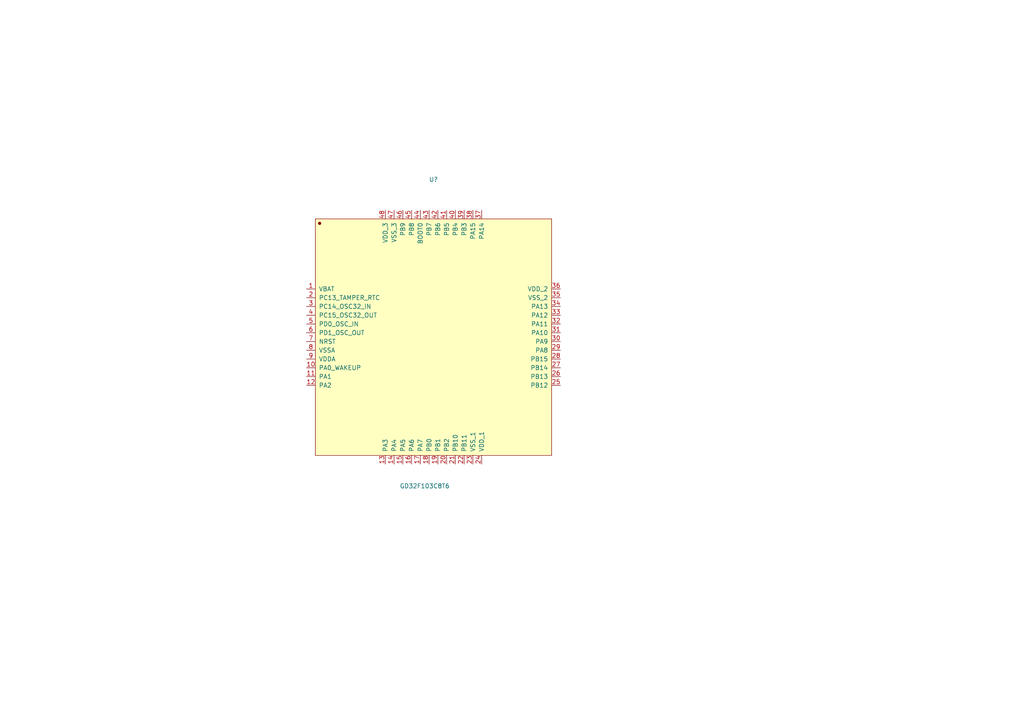
<source format=kicad_sch>
(kicad_sch (version 20211123) (generator eeschema)

  (uuid eeb3a4b9-cc42-48f4-a80d-47b4dcfcec11)

  (paper "A4")

  (title_block
    (title "UINIO-MCU-GD32F103C")
    (date "2023-01-29")
    (rev "Version 1.0.0")
    (company "电子技术博客 UinIO.com")
  )

  (lib_symbols
    (symbol "Uinio:GD32F103C8T6" (pin_names (offset 1.016)) (in_bom yes) (on_board yes)
      (property "Reference" "U" (id 0) (at 0 45.72 0)
        (effects (font (size 1.27 1.27)))
      )
      (property "Value" "GD32F103C8T6" (id 1) (at 0 -46.99 0)
        (effects (font (size 1.27 1.27)))
      )
      (property "Footprint" "Uinio:TQFP-48_L7.0-W7.0-P0.50-LS9.0-BL" (id 2) (at 0 34.9758 0)
        (effects (font (size 1.27 1.27)) hide)
      )
      (property "Datasheet" "" (id 3) (at 0 29.8958 0)
        (effects (font (size 1.27 1.27)) hide)
      )
      (property "SuppliersPartNumber" "C77994" (id 4) (at 0 24.7904 0)
        (effects (font (size 1.27 1.27)) hide)
      )
      (property "uuid" "std:f1fde1dc36a92ae819c1e30d1c77c7ee" (id 5) (at 0 24.7904 0)
        (effects (font (size 1.27 1.27)) hide)
      )
      (symbol "GD32F103C8T6_1_1"
        (rectangle (start -34.29 34.29) (end 34.29 -34.29)
          (stroke (width 0.1524) (type default) (color 0 0 0 0))
          (fill (type background))
        )
        (circle (center -33.02 33.02) (radius 0.381)
          (stroke (width 0.1524) (type default) (color 0 0 0 0))
          (fill (type outline))
        )
        (pin input line (at -36.83 13.97 0) (length 2.54)
          (name "VBAT" (effects (font (size 1.27 1.27))))
          (number "1" (effects (font (size 1.27 1.27))))
        )
        (pin input line (at -36.83 -8.89 0) (length 2.54)
          (name "PA0_WAKEUP" (effects (font (size 1.27 1.27))))
          (number "10" (effects (font (size 1.27 1.27))))
        )
        (pin input line (at -36.83 -11.43 0) (length 2.54)
          (name "PA1" (effects (font (size 1.27 1.27))))
          (number "11" (effects (font (size 1.27 1.27))))
        )
        (pin input line (at -36.83 -13.97 0) (length 2.54)
          (name "PA2" (effects (font (size 1.27 1.27))))
          (number "12" (effects (font (size 1.27 1.27))))
        )
        (pin input line (at -13.97 -36.83 90) (length 2.54)
          (name "PA3" (effects (font (size 1.27 1.27))))
          (number "13" (effects (font (size 1.27 1.27))))
        )
        (pin input line (at -11.43 -36.83 90) (length 2.54)
          (name "PA4" (effects (font (size 1.27 1.27))))
          (number "14" (effects (font (size 1.27 1.27))))
        )
        (pin input line (at -8.89 -36.83 90) (length 2.54)
          (name "PA5" (effects (font (size 1.27 1.27))))
          (number "15" (effects (font (size 1.27 1.27))))
        )
        (pin input line (at -6.35 -36.83 90) (length 2.54)
          (name "PA6" (effects (font (size 1.27 1.27))))
          (number "16" (effects (font (size 1.27 1.27))))
        )
        (pin input line (at -3.81 -36.83 90) (length 2.54)
          (name "PA7" (effects (font (size 1.27 1.27))))
          (number "17" (effects (font (size 1.27 1.27))))
        )
        (pin input line (at -1.27 -36.83 90) (length 2.54)
          (name "PB0" (effects (font (size 1.27 1.27))))
          (number "18" (effects (font (size 1.27 1.27))))
        )
        (pin input line (at 1.27 -36.83 90) (length 2.54)
          (name "PB1" (effects (font (size 1.27 1.27))))
          (number "19" (effects (font (size 1.27 1.27))))
        )
        (pin input line (at -36.83 11.43 0) (length 2.54)
          (name "PC13_TAMPER_RTC" (effects (font (size 1.27 1.27))))
          (number "2" (effects (font (size 1.27 1.27))))
        )
        (pin input line (at 3.81 -36.83 90) (length 2.54)
          (name "PB2" (effects (font (size 1.27 1.27))))
          (number "20" (effects (font (size 1.27 1.27))))
        )
        (pin input line (at 6.35 -36.83 90) (length 2.54)
          (name "PB10" (effects (font (size 1.27 1.27))))
          (number "21" (effects (font (size 1.27 1.27))))
        )
        (pin input line (at 8.89 -36.83 90) (length 2.54)
          (name "PB11" (effects (font (size 1.27 1.27))))
          (number "22" (effects (font (size 1.27 1.27))))
        )
        (pin input line (at 11.43 -36.83 90) (length 2.54)
          (name "VSS_1" (effects (font (size 1.27 1.27))))
          (number "23" (effects (font (size 1.27 1.27))))
        )
        (pin input line (at 13.97 -36.83 90) (length 2.54)
          (name "VDD_1" (effects (font (size 1.27 1.27))))
          (number "24" (effects (font (size 1.27 1.27))))
        )
        (pin input line (at 36.83 -13.97 180) (length 2.54)
          (name "PB12" (effects (font (size 1.27 1.27))))
          (number "25" (effects (font (size 1.27 1.27))))
        )
        (pin input line (at 36.83 -11.43 180) (length 2.54)
          (name "PB13" (effects (font (size 1.27 1.27))))
          (number "26" (effects (font (size 1.27 1.27))))
        )
        (pin input line (at 36.83 -8.89 180) (length 2.54)
          (name "PB14" (effects (font (size 1.27 1.27))))
          (number "27" (effects (font (size 1.27 1.27))))
        )
        (pin input line (at 36.83 -6.35 180) (length 2.54)
          (name "PB15" (effects (font (size 1.27 1.27))))
          (number "28" (effects (font (size 1.27 1.27))))
        )
        (pin input line (at 36.83 -3.81 180) (length 2.54)
          (name "PA8" (effects (font (size 1.27 1.27))))
          (number "29" (effects (font (size 1.27 1.27))))
        )
        (pin input line (at -36.83 8.89 0) (length 2.54)
          (name "PC14_OSC32_IN" (effects (font (size 1.27 1.27))))
          (number "3" (effects (font (size 1.27 1.27))))
        )
        (pin input line (at 36.83 -1.27 180) (length 2.54)
          (name "PA9" (effects (font (size 1.27 1.27))))
          (number "30" (effects (font (size 1.27 1.27))))
        )
        (pin input line (at 36.83 1.27 180) (length 2.54)
          (name "PA10" (effects (font (size 1.27 1.27))))
          (number "31" (effects (font (size 1.27 1.27))))
        )
        (pin input line (at 36.83 3.81 180) (length 2.54)
          (name "PA11" (effects (font (size 1.27 1.27))))
          (number "32" (effects (font (size 1.27 1.27))))
        )
        (pin input line (at 36.83 6.35 180) (length 2.54)
          (name "PA12" (effects (font (size 1.27 1.27))))
          (number "33" (effects (font (size 1.27 1.27))))
        )
        (pin input line (at 36.83 8.89 180) (length 2.54)
          (name "PA13" (effects (font (size 1.27 1.27))))
          (number "34" (effects (font (size 1.27 1.27))))
        )
        (pin input line (at 36.83 11.43 180) (length 2.54)
          (name "VSS_2" (effects (font (size 1.27 1.27))))
          (number "35" (effects (font (size 1.27 1.27))))
        )
        (pin input line (at 36.83 13.97 180) (length 2.54)
          (name "VDD_2" (effects (font (size 1.27 1.27))))
          (number "36" (effects (font (size 1.27 1.27))))
        )
        (pin input line (at 13.97 36.83 270) (length 2.54)
          (name "PA14" (effects (font (size 1.27 1.27))))
          (number "37" (effects (font (size 1.27 1.27))))
        )
        (pin input line (at 11.43 36.83 270) (length 2.54)
          (name "PA15" (effects (font (size 1.27 1.27))))
          (number "38" (effects (font (size 1.27 1.27))))
        )
        (pin input line (at 8.89 36.83 270) (length 2.54)
          (name "PB3" (effects (font (size 1.27 1.27))))
          (number "39" (effects (font (size 1.27 1.27))))
        )
        (pin input line (at -36.83 6.35 0) (length 2.54)
          (name "PC15_OSC32_OUT" (effects (font (size 1.27 1.27))))
          (number "4" (effects (font (size 1.27 1.27))))
        )
        (pin input line (at 6.35 36.83 270) (length 2.54)
          (name "PB4" (effects (font (size 1.27 1.27))))
          (number "40" (effects (font (size 1.27 1.27))))
        )
        (pin input line (at 3.81 36.83 270) (length 2.54)
          (name "PB5" (effects (font (size 1.27 1.27))))
          (number "41" (effects (font (size 1.27 1.27))))
        )
        (pin input line (at 1.27 36.83 270) (length 2.54)
          (name "PB6" (effects (font (size 1.27 1.27))))
          (number "42" (effects (font (size 1.27 1.27))))
        )
        (pin input line (at -1.27 36.83 270) (length 2.54)
          (name "PB7" (effects (font (size 1.27 1.27))))
          (number "43" (effects (font (size 1.27 1.27))))
        )
        (pin input line (at -3.81 36.83 270) (length 2.54)
          (name "BOOT0" (effects (font (size 1.27 1.27))))
          (number "44" (effects (font (size 1.27 1.27))))
        )
        (pin input line (at -6.35 36.83 270) (length 2.54)
          (name "PB8" (effects (font (size 1.27 1.27))))
          (number "45" (effects (font (size 1.27 1.27))))
        )
        (pin input line (at -8.89 36.83 270) (length 2.54)
          (name "PB9" (effects (font (size 1.27 1.27))))
          (number "46" (effects (font (size 1.27 1.27))))
        )
        (pin input line (at -11.43 36.83 270) (length 2.54)
          (name "VSS_3" (effects (font (size 1.27 1.27))))
          (number "47" (effects (font (size 1.27 1.27))))
        )
        (pin input line (at -13.97 36.83 270) (length 2.54)
          (name "VDD_3" (effects (font (size 1.27 1.27))))
          (number "48" (effects (font (size 1.27 1.27))))
        )
        (pin input line (at -36.83 3.81 0) (length 2.54)
          (name "PD0_OSC_IN" (effects (font (size 1.27 1.27))))
          (number "5" (effects (font (size 1.27 1.27))))
        )
        (pin input line (at -36.83 1.27 0) (length 2.54)
          (name "PD1_OSC_OUT" (effects (font (size 1.27 1.27))))
          (number "6" (effects (font (size 1.27 1.27))))
        )
        (pin input line (at -36.83 -1.27 0) (length 2.54)
          (name "NRST" (effects (font (size 1.27 1.27))))
          (number "7" (effects (font (size 1.27 1.27))))
        )
        (pin input line (at -36.83 -3.81 0) (length 2.54)
          (name "VSSA" (effects (font (size 1.27 1.27))))
          (number "8" (effects (font (size 1.27 1.27))))
        )
        (pin input line (at -36.83 -6.35 0) (length 2.54)
          (name "VDDA" (effects (font (size 1.27 1.27))))
          (number "9" (effects (font (size 1.27 1.27))))
        )
      )
    )
  )


  (symbol (lib_id "Uinio:GD32F103C8T6") (at 125.73 97.79 0) (unit 1)
    (in_bom yes) (on_board yes)
    (uuid 52ba711b-ff4f-4fb7-9f7e-8109b09fc588)
    (property "Reference" "U?" (id 0) (at 125.73 52.07 0))
    (property "Value" "GD32F103C8T6" (id 1) (at 123.19 140.97 0))
    (property "Footprint" "Uinio:TQFP-48_L7.0-W7.0-P0.50-LS9.0-BL" (id 2) (at 125.73 62.8142 0)
      (effects (font (size 1.27 1.27)) hide)
    )
    (property "Datasheet" "" (id 3) (at 125.73 67.8942 0)
      (effects (font (size 1.27 1.27)) hide)
    )
    (property "SuppliersPartNumber" "C77994" (id 4) (at 125.73 72.9996 0)
      (effects (font (size 1.27 1.27)) hide)
    )
    (property "uuid" "std:f1fde1dc36a92ae819c1e30d1c77c7ee" (id 5) (at 125.73 72.9996 0)
      (effects (font (size 1.27 1.27)) hide)
    )
    (pin "1" (uuid 035fd96b-efa5-4ae3-a706-d5cf64edefc6))
    (pin "10" (uuid 515e40ae-5213-4c14-a077-701879256fcf))
    (pin "11" (uuid 28255fd2-321b-4f02-923c-b40dc8005715))
    (pin "12" (uuid 750f3fef-af00-4e40-8dd1-0d6f45efbcd8))
    (pin "13" (uuid 113031e3-bc7b-49f2-9985-5ff762841f16))
    (pin "14" (uuid 84e9bd12-5ab0-48f2-a45a-6b341104652a))
    (pin "15" (uuid 21129f1f-ba0e-4d92-8dce-3712cc0847ab))
    (pin "16" (uuid 4e49248f-61c2-42a1-ad0c-597a725a07ac))
    (pin "17" (uuid 4ccefb09-f011-4bba-81c5-88cb910af7c9))
    (pin "18" (uuid 5219dc11-3ea0-4772-82a5-341c9c714275))
    (pin "19" (uuid b7d1a239-ebf6-4f55-b056-183df2f4075f))
    (pin "2" (uuid cd480748-7936-4ecb-beed-0bf94e36d0c7))
    (pin "20" (uuid 0e41a7f3-c811-4bd2-8070-a2839ededb9f))
    (pin "21" (uuid ef78b844-479d-444a-a399-870d9189e384))
    (pin "22" (uuid c205dbbe-8854-4ec7-b399-4303f4f82a66))
    (pin "23" (uuid 5efeb72f-4c05-43c2-a105-f52b629d28cf))
    (pin "24" (uuid 36a3f656-9a26-46fc-8fc9-c5b3ad2d0aa1))
    (pin "25" (uuid 0aa36fab-a288-46e3-9abf-8b71e1921570))
    (pin "26" (uuid 48ef42af-41e6-4739-bf14-16a525a93a1d))
    (pin "27" (uuid d09b24a8-826f-4d32-8ef1-7b7eeed51285))
    (pin "28" (uuid 6b936c41-5205-4dba-931a-c4b1dec1de0b))
    (pin "29" (uuid 40d4d697-083d-434b-8ceb-22dfd1899054))
    (pin "3" (uuid 2d0ec7db-1abe-4f60-94c5-eaf5c19f3fd7))
    (pin "30" (uuid b99b022b-f61f-4b5f-b741-8c48fae2dd50))
    (pin "31" (uuid 3614c2e4-5114-4817-9594-2043259e3abf))
    (pin "32" (uuid dc4d236c-e43b-43e6-883b-0ad7911319f2))
    (pin "33" (uuid 8cc191fa-d941-4b14-886e-52c9a125c731))
    (pin "34" (uuid 5de82b43-3b22-4190-bba6-cdec1a003298))
    (pin "35" (uuid 2174b268-b5c9-4e64-af82-1c15e13fa009))
    (pin "36" (uuid c86ee6c9-e058-4beb-9216-e7b662bf8939))
    (pin "37" (uuid d800c4ff-90f9-4a74-b75a-1120c6f9f28d))
    (pin "38" (uuid ecf2fbca-c7b7-4f05-b3ee-3608d6d2e5dd))
    (pin "39" (uuid 95e31efa-c537-41fd-b72a-3cfbcc03ffa2))
    (pin "4" (uuid 6eec7a1f-7e1b-415a-9359-75c0468ad64c))
    (pin "40" (uuid d52f8211-4b75-48fc-94c8-5c993b74fd6e))
    (pin "41" (uuid a65b52f6-e16b-426b-b405-5ecc9fbd9a0e))
    (pin "42" (uuid f01eba68-9dd5-433d-a852-7067d47fc408))
    (pin "43" (uuid 34737221-39b5-4bc1-afb1-e74634f1fc84))
    (pin "44" (uuid 77cc8e0c-4fec-4cc9-a288-3bff8d3ac731))
    (pin "45" (uuid 01f9cd81-f1b0-4287-8888-ad4b198bcc86))
    (pin "46" (uuid 96a38efc-b202-4dc4-b9e6-48e67bb38ab6))
    (pin "47" (uuid 87158bcd-e88d-4c45-9ba1-8fdf1de3c1b3))
    (pin "48" (uuid f89ea153-c04e-41d5-b52b-390253cefebb))
    (pin "5" (uuid 20cc1b58-67a5-4f29-9ab9-afb131914cd5))
    (pin "6" (uuid 7036d785-6426-4725-a86b-a4af62f510f1))
    (pin "7" (uuid 16ca4be3-e7f6-40b2-ba15-7c8f4a846a2d))
    (pin "8" (uuid 4a277f44-7327-47ac-a8b3-acf7a0001f2e))
    (pin "9" (uuid 2507f86b-597d-4397-916c-5fcec205a909))
  )

  (sheet_instances
    (path "/" (page "1"))
  )

  (symbol_instances
    (path "/52ba711b-ff4f-4fb7-9f7e-8109b09fc588"
      (reference "U?") (unit 1) (value "GD32F103C8T6") (footprint "Uinio:TQFP-48_L7.0-W7.0-P0.50-LS9.0-BL")
    )
  )
)

</source>
